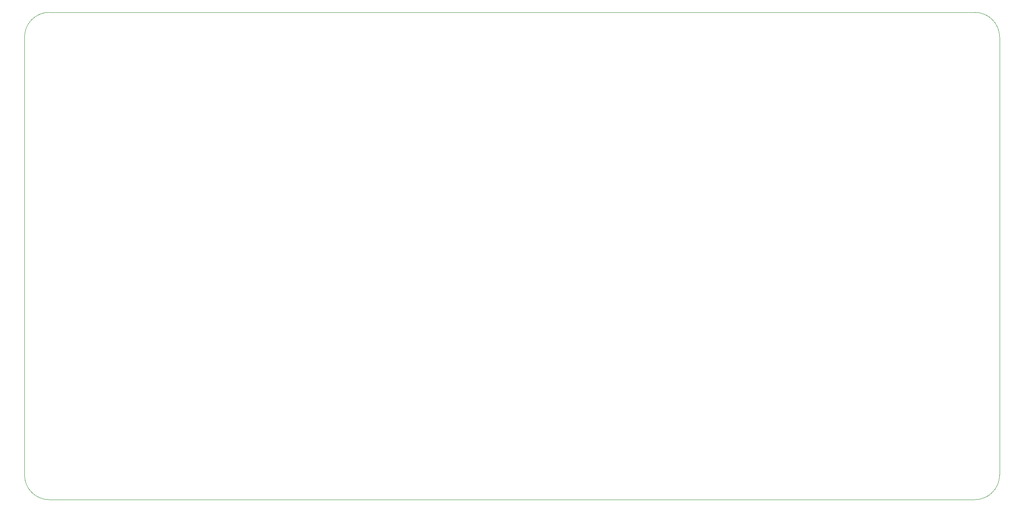
<source format=gbr>
G04 #@! TF.GenerationSoftware,KiCad,Pcbnew,(5.1.2)-1*
G04 #@! TF.CreationDate,2020-05-07T10:56:56-05:00*
G04 #@! TF.ProjectId,EMI_sensor_control_Rev2.0,454d495f-7365-46e7-936f-725f636f6e74,rev?*
G04 #@! TF.SameCoordinates,Original*
G04 #@! TF.FileFunction,Profile,NP*
%FSLAX46Y46*%
G04 Gerber Fmt 4.6, Leading zero omitted, Abs format (unit mm)*
G04 Created by KiCad (PCBNEW (5.1.2)-1) date 2020-05-07 10:56:56*
%MOMM*%
%LPD*%
G04 APERTURE LIST*
%ADD10C,0.050000*%
G04 APERTURE END LIST*
D10*
X45694600Y-146977300D02*
X45694600Y-57124800D01*
X245719600Y-146977300D02*
G75*
G02X240639600Y-152057300I-5080000J0D01*
G01*
X240639600Y-52044800D02*
G75*
G02X245719600Y-57124800I0J-5080000D01*
G01*
X50774600Y-152057300D02*
G75*
G02X45694600Y-146977300I0J5080000D01*
G01*
X50774600Y-52044800D02*
X240639600Y-52044800D01*
X245719600Y-57124800D02*
X245719600Y-146977300D01*
X240639600Y-152057300D02*
X50774600Y-152057300D01*
X45694600Y-57124800D02*
G75*
G02X50774600Y-52044800I5080000J0D01*
G01*
M02*

</source>
